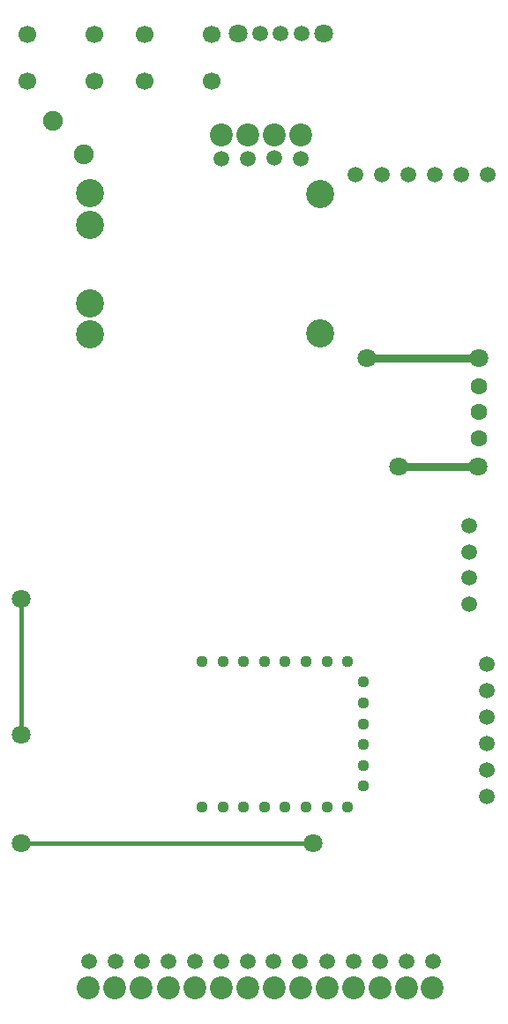
<source format=gbr>
G04 DipTrace 3.1.0.1*
G04 Âåðõíèé.gbr*
%MOMM*%
G04 #@! TF.FileFunction,Copper,L1,Top*
G04 #@! TF.Part,Single*
%ADD26C,1.9*%
%ADD28C,1.7*%
%ADD30C,1.5*%
%ADD37C,1.8*%
%ADD39C,1.6*%
%ADD41C,2.2*%
%ADD45C,1.12366*%
%ADD47C,2.7*%
G04 #@! TA.AperFunction,Conductor*
%ADD13C,0.45*%
%ADD14C,0.8*%
%FSLAX35Y35*%
G04*
G71*
G90*
G75*
G01*
G04 Top_Plane*
%LPD*%
X4949750Y6493373D2*
D14*
X5711750D1*
X4129750Y2873373D2*
D13*
X1329750D1*
Y5223373D2*
Y3913373D1*
X4641750Y7535373D2*
D14*
X5719750D1*
D37*
X4641750D3*
X5719750D3*
X4129750Y2873373D3*
X1329750D3*
X5711750Y6493373D3*
X4949750D3*
X1329750Y5223373D3*
Y3913373D3*
D26*
X1629750Y9813373D3*
X1929750Y9488373D3*
D30*
X3250750Y9444373D3*
X3504750Y9441373D3*
X3753750Y9449373D3*
X4008750Y9446373D3*
D3*
X5024750Y1744373D3*
X5276750Y1743373D3*
X4770750Y1744373D3*
X4514750D3*
X4267750D3*
X4002750D3*
X3749750D3*
X3500750D3*
X2993750Y1742373D3*
X3247750Y1744373D3*
X2739750D3*
X2483750D3*
X2229750D3*
X1974750D3*
D28*
X2508123Y10636123D3*
Y10186123D3*
X3158123D3*
Y10636123D3*
X2031877Y10191623D3*
Y10641623D3*
X1381877D3*
Y10191623D3*
D30*
X3619750Y10643373D3*
X3819750D3*
X4019750D3*
D37*
X3409750D3*
X4229750D3*
D41*
X5275750Y1484373D3*
X5022623Y1483373D3*
X4768500Y1485373D3*
X4514500D3*
X4261500Y1484497D3*
X4006500D3*
X3752623Y1484500D3*
X3499750Y1484123D3*
X3246250D3*
X2737750Y1484250D3*
X2990873Y1484373D3*
X2481873Y1484497D3*
X2228250Y1484747D3*
X1974373Y1484497D3*
X4011750Y9673123D3*
X3757750D3*
X3503750D3*
X3249750D3*
D45*
X4461750Y3221373D3*
X4261750D3*
X4061750D3*
X3861750D3*
X3661750D3*
X3461750D3*
X3261750D3*
X3061750D3*
X4461750Y4621373D3*
X4261750D3*
X4061750D3*
X3861750D3*
X3661750D3*
X3461750D3*
X3261750D3*
X3061750D3*
X4611750Y3621373D3*
Y4421373D3*
Y3421373D3*
Y4021373D3*
Y3821373D3*
Y4221373D3*
D47*
X4198750Y9108373D3*
Y7768373D3*
X1983750Y7758373D3*
Y8058373D3*
Y8813373D3*
Y9113373D3*
D30*
X4539750Y9293373D3*
X4793750D3*
X5047750D3*
X5301750D3*
X5555750D3*
X5809750D3*
X5629750Y5173373D3*
Y5427373D3*
Y5665497D3*
Y5919497D3*
X5799750Y3323373D3*
Y3577373D3*
Y3831373D3*
Y4085373D3*
Y4339373D3*
Y4593373D3*
D39*
X5719750Y6763373D3*
Y7013373D3*
Y7263373D3*
M02*

</source>
